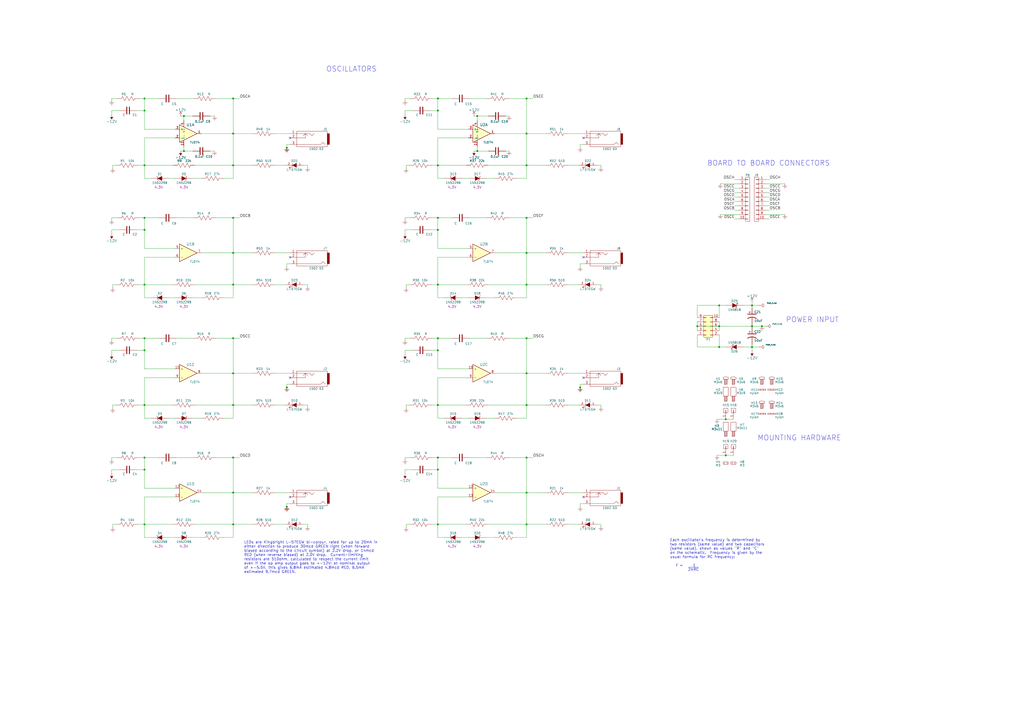
<source format=kicad_sch>
(kicad_sch (version 20211123) (generator eeschema)
  (paper "A2")
  (title_block (title "MSK 010 Fixed sine bank") (comment 1 "$Id: manysine.kicad_sch 10133 2022-06-04 14:32:36Z mskala $"))
  (junction (at 305.435 216.535))
  (junction (at 166.37 294.005))
  (junction (at 421.005 243.205))
  (junction (at 254 304.165))
  (junction (at 254 126.365))
  (junction (at 417.195 201.295))
  (junction (at 254 203.2))
  (junction (at 254 57.15))
  (junction (at 254 133.35))
  (junction (at 83.82 234.95))
  (junction (at 83.82 304.165))
  (junction (at 305.435 196.215))
  (junction (at 254 272.415))
  (junction (at 305.435 304.165))
  (junction (at 135.255 265.43))
  (junction (at 436.245 177.165))
  (junction (at 305.435 146.685))
  (junction (at 276.86 67.31))
  (junction (at 305.435 57.15))
  (junction (at 305.435 285.75))
  (junction (at 305.435 95.885))
  (junction (at 135.255 196.215))
  (junction (at 106.68 67.31))
  (junction (at 276.86 87.63))
  (junction (at 254 196.215))
  (junction (at 254 64.135))
  (junction (at 135.255 57.15))
  (junction (at 436.245 201.295))
  (junction (at 166.37 224.79))
  (junction (at 83.82 64.135))
  (junction (at 417.195 177.165))
  (junction (at 436.245 189.23))
  (junction (at 305.435 265.43))
  (junction (at 305.435 165.1))
  (junction (at 83.82 203.2))
  (junction (at 135.255 77.47))
  (junction (at 305.435 126.365))
  (junction (at 135.255 304.165))
  (junction (at 254 165.1))
  (junction (at 135.255 234.95))
  (junction (at 83.82 165.1))
  (junction (at 254 234.95))
  (junction (at 336.55 224.79))
  (junction (at 421.005 264.16))
  (junction (at 83.82 95.885))
  (junction (at 254 95.885))
  (junction (at 441.96 189.23))
  (junction (at 135.255 285.75))
  (junction (at 135.255 126.365))
  (junction (at 135.255 165.1))
  (junction (at 83.82 126.365))
  (junction (at 254 265.43))
  (junction (at 83.82 272.415))
  (junction (at 83.82 265.43))
  (junction (at 417.195 189.23))
  (junction (at 166.37 85.725))
  (junction (at 305.435 77.47))
  (junction (at 404.495 189.23))
  (junction (at 135.255 146.685))
  (junction (at 305.435 234.95))
  (junction (at 83.82 133.35))
  (junction (at 135.255 95.885))
  (junction (at 135.255 216.535))
  (junction (at 106.68 87.63))
  (junction (at 83.82 196.215))
  (junction (at 83.82 57.15))
  (no_connect (at 168.275 288.29))
  (no_connect (at 168.275 219.075))
  (no_connect (at 338.455 219.075))
  (no_connect (at 168.275 80.01))
  (no_connect (at 338.455 288.29))
  (no_connect (at 168.275 149.225))
  (no_connect (at 338.455 149.225))
  (no_connect (at 338.455 80.01))
  (wire (pts (xy 83.82 95.885) (xy 100.33 95.885)))
  (wire (pts (xy 111.76 172.72) (xy 116.84 172.72)))
  (wire (pts (xy 329.565 146.685) (xy 338.455 146.685)))
  (wire (pts (xy 125.095 57.15) (xy 135.255 57.15)))
  (wire (pts (xy 417.195 189.23) (xy 417.195 191.77)))
  (wire (pts (xy 113.03 304.165) (xy 135.255 304.165)))
  (wire (pts (xy 83.82 74.93) (xy 101.6 74.93)))
  (wire (pts (xy 436.245 177.165) (xy 436.245 178.435)))
  (wire (pts (xy 329.565 165.1) (xy 335.915 165.1)))
  (wire (pts (xy 446.405 119.38) (xy 443.865 119.38)))
  (wire (pts (xy 83.82 234.95) (xy 83.82 242.57)))
  (wire (pts (xy 283.21 304.165) (xy 305.435 304.165)))
  (wire (pts (xy 254 64.135) (xy 254 74.93)))
  (wire (pts (xy 295.275 57.15) (xy 305.435 57.15)))
  (wire (pts (xy 305.435 311.785) (xy 299.72 311.785)))
  (wire (pts (xy 102.235 57.15) (xy 112.395 57.15)))
  (wire (pts (xy 83.82 288.29) (xy 101.6 288.29)))
  (wire (pts (xy 329.565 216.535) (xy 338.455 216.535)))
  (wire (pts (xy 336.55 83.82) (xy 338.455 83.82)))
  (wire (pts (xy 336.55 85.725) (xy 336.55 83.82)))
  (wire (pts (xy 159.385 234.95) (xy 165.735 234.95)))
  (wire (pts (xy 287.02 285.75) (xy 305.435 285.75)))
  (wire (pts (xy 443.865 116.84) (xy 446.405 116.84)))
  (wire (pts (xy 166.37 154.94) (xy 166.37 153.035)))
  (wire (pts (xy 83.82 64.135) (xy 83.82 74.93)))
  (wire (pts (xy 83.82 196.215) (xy 83.82 203.2)))
  (wire (pts (xy 65.405 236.855) (xy 65.405 234.95)))
  (wire (pts (xy 254 57.15) (xy 254 64.135)))
  (wire (pts (xy 159.385 304.165) (xy 165.735 304.165)))
  (wire (pts (xy 178.435 234.95) (xy 178.435 236.22)))
  (wire (pts (xy 404.495 186.69) (xy 404.495 189.23)))
  (wire (pts (xy 254 311.785) (xy 257.81 311.785)))
  (wire (pts (xy 426.085 121.92) (xy 428.625 121.92)))
  (wire (pts (xy 254 265.43) (xy 262.255 265.43)))
  (wire (pts (xy 111.76 242.57) (xy 116.84 242.57)))
  (wire (pts (xy 159.385 165.1) (xy 165.735 165.1)))
  (wire (pts (xy 64.77 203.2) (xy 64.77 205.74)))
  (wire (pts (xy 250.825 196.215) (xy 254 196.215)))
  (wire (pts (xy 166.37 83.82) (xy 168.275 83.82)))
  (wire (pts (xy 305.435 216.535) (xy 305.435 234.95)))
  (wire (pts (xy 102.235 126.365) (xy 112.395 126.365)))
  (wire (pts (xy 234.95 126.365) (xy 238.125 126.365)))
  (wire (pts (xy 346.075 95.885) (xy 348.615 95.885)))
  (wire (pts (xy 421.005 243.205) (xy 425.45 243.205)))
  (wire (pts (xy 254 57.15) (xy 262.255 57.15)))
  (wire (pts (xy 249.555 133.35) (xy 254 133.35)))
  (wire (pts (xy 64.77 64.135) (xy 64.77 66.675)))
  (wire (pts (xy 235.585 236.855) (xy 235.585 234.95)))
  (wire (pts (xy 125.095 126.365) (xy 135.255 126.365)))
  (wire (pts (xy 305.435 196.215) (xy 305.435 216.535)))
  (wire (pts (xy 106.68 67.31) (xy 106.68 69.85)))
  (wire (pts (xy 295.275 196.215) (xy 305.435 196.215)))
  (wire (pts (xy 80.01 165.1) (xy 83.82 165.1)))
  (wire (pts (xy 305.435 57.15) (xy 309.245 57.15)))
  (wire (pts (xy 135.255 311.785) (xy 129.54 311.785)))
  (wire (pts (xy 254 242.57) (xy 257.81 242.57)))
  (wire (pts (xy 113.03 95.885) (xy 135.255 95.885)))
  (wire (pts (xy 83.82 126.365) (xy 92.075 126.365)))
  (wire (pts (xy 234.95 197.485) (xy 234.95 196.215)))
  (wire (pts (xy 178.435 95.885) (xy 178.435 97.155)))
  (wire (pts (xy 234.95 265.43) (xy 238.125 265.43)))
  (wire (pts (xy 249.555 64.135) (xy 254 64.135)))
  (wire (pts (xy 64.77 57.15) (xy 67.945 57.15)))
  (wire (pts (xy 415.925 264.16) (xy 421.005 264.16)))
  (wire (pts (xy 159.385 285.75) (xy 168.275 285.75)))
  (wire (pts (xy 83.82 265.43) (xy 83.82 272.415)))
  (wire (pts (xy 346.075 234.95) (xy 348.615 234.95)))
  (wire (pts (xy 404.495 201.295) (xy 417.195 201.295)))
  (wire (pts (xy 305.435 95.885) (xy 316.865 95.885)))
  (wire (pts (xy 305.435 146.685) (xy 305.435 165.1)))
  (wire (pts (xy 254 304.165) (xy 270.51 304.165)))
  (wire (pts (xy 305.435 285.75) (xy 305.435 304.165)))
  (wire (pts (xy 166.37 292.1) (xy 168.275 292.1)))
  (wire (pts (xy 348.615 304.165) (xy 348.615 305.435)))
  (wire (pts (xy 124.46 87.63) (xy 121.92 87.63)))
  (wire (pts (xy 254 288.29) (xy 271.78 288.29)))
  (wire (pts (xy 135.255 172.72) (xy 129.54 172.72)))
  (wire (pts (xy 436.245 177.165) (xy 440.69 177.165)))
  (wire (pts (xy 254 288.29) (xy 254 304.165)))
  (wire (pts (xy 272.415 196.215) (xy 282.575 196.215)))
  (wire (pts (xy 175.895 95.885) (xy 178.435 95.885)))
  (wire (pts (xy 415.925 243.205) (xy 421.005 243.205)))
  (wire (pts (xy 83.82 304.165) (xy 83.82 311.785)))
  (wire (pts (xy 69.215 203.2) (xy 64.77 203.2)))
  (wire (pts (xy 135.255 77.47) (xy 146.685 77.47)))
  (wire (pts (xy 254 172.72) (xy 257.81 172.72)))
  (wire (pts (xy 431.165 177.165) (xy 436.245 177.165)))
  (wire (pts (xy 305.435 172.72) (xy 299.72 172.72)))
  (wire (pts (xy 97.79 311.785) (xy 101.6 311.785)))
  (wire (pts (xy 83.82 144.145) (xy 101.6 144.145)))
  (wire (pts (xy 83.82 283.21) (xy 101.6 283.21)))
  (wire (pts (xy 80.645 265.43) (xy 83.82 265.43)))
  (wire (pts (xy 234.95 266.7) (xy 234.95 265.43)))
  (wire (pts (xy 234.95 133.35) (xy 234.95 135.89)))
  (wire (pts (xy 417.195 186.69) (xy 417.195 189.23)))
  (wire (pts (xy 83.82 288.29) (xy 83.82 304.165)))
  (wire (pts (xy 436.245 189.23) (xy 436.245 189.865)))
  (wire (pts (xy 135.255 126.365) (xy 135.255 146.685)))
  (wire (pts (xy 305.435 265.43) (xy 305.435 285.75)))
  (wire (pts (xy 254 133.35) (xy 254 144.145)))
  (wire (pts (xy 159.385 216.535) (xy 168.275 216.535)))
  (wire (pts (xy 281.94 311.785) (xy 287.02 311.785)))
  (wire (pts (xy 135.255 234.95) (xy 146.685 234.95)))
  (wire (pts (xy 234.95 272.415) (xy 234.95 274.955)))
  (wire (pts (xy 234.95 57.15) (xy 238.125 57.15)))
  (wire (pts (xy 64.77 272.415) (xy 64.77 274.955)))
  (wire (pts (xy 135.255 216.535) (xy 135.255 234.95)))
  (wire (pts (xy 97.79 172.72) (xy 101.6 172.72)))
  (wire (pts (xy 283.21 234.95) (xy 305.435 234.95)))
  (wire (pts (xy 305.435 126.365) (xy 305.435 146.685)))
  (wire (pts (xy 250.825 57.15) (xy 254 57.15)))
  (wire (pts (xy 235.585 234.95) (xy 237.49 234.95)))
  (wire (pts (xy 250.19 95.885) (xy 254 95.885)))
  (wire (pts (xy 83.82 57.15) (xy 92.075 57.15)))
  (wire (pts (xy 404.495 177.165) (xy 417.195 177.165)))
  (wire (pts (xy 336.55 294.005) (xy 336.55 292.1)))
  (wire (pts (xy 267.97 242.57) (xy 271.78 242.57)))
  (wire (pts (xy 65.405 167.005) (xy 65.405 165.1)))
  (wire (pts (xy 235.585 95.885) (xy 237.49 95.885)))
  (wire (pts (xy 281.94 242.57) (xy 287.02 242.57)))
  (wire (pts (xy 329.565 234.95) (xy 335.915 234.95)))
  (wire (pts (xy 135.255 285.75) (xy 135.255 304.165)))
  (wire (pts (xy 235.585 304.165) (xy 237.49 304.165)))
  (wire (pts (xy 254 165.1) (xy 254 172.72)))
  (wire (pts (xy 272.415 126.365) (xy 282.575 126.365)))
  (wire (pts (xy 428.625 114.3) (xy 426.085 114.3)))
  (wire (pts (xy 446.405 109.22) (xy 443.865 109.22)))
  (wire (pts (xy 436.245 200.025) (xy 436.245 201.295)))
  (wire (pts (xy 267.97 172.72) (xy 271.78 172.72)))
  (wire (pts (xy 276.86 67.31) (xy 276.86 69.85)))
  (wire (pts (xy 267.97 311.785) (xy 271.78 311.785)))
  (wire (pts (xy 254 196.215) (xy 254 203.2)))
  (wire (pts (xy 234.95 196.215) (xy 238.125 196.215)))
  (wire (pts (xy 305.435 304.165) (xy 305.435 311.785)))
  (wire (pts (xy 436.245 188.595) (xy 436.245 189.23)))
  (wire (pts (xy 287.02 146.685) (xy 305.435 146.685)))
  (wire (pts (xy 417.195 201.295) (xy 421.005 201.295)))
  (wire (pts (xy 305.435 165.1) (xy 305.435 172.72)))
  (wire (pts (xy 249.555 272.415) (xy 254 272.415)))
  (wire (pts (xy 116.84 216.535) (xy 135.255 216.535)))
  (wire (pts (xy 135.255 196.215) (xy 139.065 196.215)))
  (wire (pts (xy 64.77 265.43) (xy 67.945 265.43)))
  (wire (pts (xy 83.82 196.215) (xy 92.075 196.215)))
  (wire (pts (xy 329.565 304.165) (xy 335.915 304.165)))
  (wire (pts (xy 104.775 87.63) (xy 106.68 87.63)))
  (wire (pts (xy 102.235 265.43) (xy 112.395 265.43)))
  (wire (pts (xy 305.435 196.215) (xy 309.245 196.215)))
  (wire (pts (xy 417.83 106.68) (xy 428.625 106.68)))
  (wire (pts (xy 254 74.93) (xy 271.78 74.93)))
  (wire (pts (xy 106.68 87.63) (xy 111.76 87.63)))
  (wire (pts (xy 104.775 67.31) (xy 106.68 67.31)))
  (wire (pts (xy 417.195 189.23) (xy 436.245 189.23)))
  (wire (pts (xy 329.565 95.885) (xy 335.915 95.885)))
  (wire (pts (xy 281.94 172.72) (xy 287.02 172.72)))
  (wire (pts (xy 443.865 104.14) (xy 446.405 104.14)))
  (wire (pts (xy 329.565 285.75) (xy 338.455 285.75)))
  (wire (pts (xy 125.095 196.215) (xy 135.255 196.215)))
  (wire (pts (xy 83.82 234.95) (xy 100.33 234.95)))
  (wire (pts (xy 272.415 265.43) (xy 282.575 265.43)))
  (wire (pts (xy 417.195 177.165) (xy 421.005 177.165)))
  (wire (pts (xy 254 95.885) (xy 254 103.505)))
  (wire (pts (xy 426.085 127) (xy 428.625 127)))
  (wire (pts (xy 235.585 97.79) (xy 235.585 95.885)))
  (wire (pts (xy 254 80.01) (xy 271.78 80.01)))
  (wire (pts (xy 404.495 189.23) (xy 417.195 189.23)))
  (wire (pts (xy 336.55 224.79) (xy 336.55 222.885)))
  (wire (pts (xy 254 304.165) (xy 254 311.785)))
  (wire (pts (xy 166.37 224.79) (xy 166.37 222.885)))
  (wire (pts (xy 135.255 95.885) (xy 135.255 103.505)))
  (wire (pts (xy 305.435 146.685) (xy 316.865 146.685)))
  (wire (pts (xy 305.435 265.43) (xy 309.245 265.43)))
  (wire (pts (xy 254 126.365) (xy 254 133.35)))
  (wire (pts (xy 276.86 87.63) (xy 283.21 87.63)))
  (wire (pts (xy 135.255 165.1) (xy 146.685 165.1)))
  (wire (pts (xy 135.255 304.165) (xy 135.255 311.785)))
  (wire (pts (xy 254 219.075) (xy 271.78 219.075)))
  (wire (pts (xy 274.955 87.63) (xy 276.86 87.63)))
  (wire (pts (xy 135.255 165.1) (xy 135.255 172.72)))
  (wire (pts (xy 80.645 57.15) (xy 83.82 57.15)))
  (wire (pts (xy 83.82 265.43) (xy 92.075 265.43)))
  (wire (pts (xy 64.77 196.215) (xy 67.945 196.215)))
  (wire (pts (xy 336.55 292.1) (xy 338.455 292.1)))
  (wire (pts (xy 116.84 285.75) (xy 135.255 285.75)))
  (wire (pts (xy 254 149.225) (xy 271.78 149.225)))
  (wire (pts (xy 83.82 219.075) (xy 101.6 219.075)))
  (wire (pts (xy 305.435 95.885) (xy 305.435 103.505)))
  (wire (pts (xy 175.895 234.95) (xy 178.435 234.95)))
  (wire (pts (xy 281.94 103.505) (xy 287.02 103.505)))
  (wire (pts (xy 64.77 133.35) (xy 64.77 135.89)))
  (wire (pts (xy 135.255 196.215) (xy 135.255 216.535)))
  (wire (pts (xy 64.77 126.365) (xy 67.945 126.365)))
  (wire (pts (xy 305.435 77.47) (xy 316.865 77.47)))
  (wire (pts (xy 417.83 124.46) (xy 428.625 124.46)))
  (wire (pts (xy 65.405 304.165) (xy 67.31 304.165)))
  (wire (pts (xy 135.255 146.685) (xy 146.685 146.685)))
  (wire (pts (xy 254 272.415) (xy 254 283.21)))
  (wire (pts (xy 166.37 85.725) (xy 166.37 83.82)))
  (wire (pts (xy 80.01 304.165) (xy 83.82 304.165)))
  (wire (pts (xy 254 213.995) (xy 271.78 213.995)))
  (wire (pts (xy 267.97 103.505) (xy 271.78 103.505)))
  (wire (pts (xy 83.82 126.365) (xy 83.82 133.35)))
  (wire (pts (xy 239.395 64.135) (xy 234.95 64.135)))
  (wire (pts (xy 428.625 119.38) (xy 426.085 119.38)))
  (wire (pts (xy 234.95 203.2) (xy 234.95 205.74)))
  (wire (pts (xy 116.84 146.685) (xy 135.255 146.685)))
  (wire (pts (xy 254 219.075) (xy 254 234.95)))
  (wire (pts (xy 254 144.145) (xy 271.78 144.145)))
  (wire (pts (xy 135.255 234.95) (xy 135.255 242.57)))
  (wire (pts (xy 272.415 57.15) (xy 282.575 57.15)))
  (wire (pts (xy 80.645 126.365) (xy 83.82 126.365)))
  (wire (pts (xy 135.255 57.15) (xy 135.255 77.47)))
  (wire (pts (xy 64.77 197.485) (xy 64.77 196.215)))
  (wire (pts (xy 254 126.365) (xy 262.255 126.365)))
  (wire (pts (xy 287.02 216.535) (xy 305.435 216.535)))
  (wire (pts (xy 276.86 85.09) (xy 276.86 87.63)))
  (wire (pts (xy 283.21 165.1) (xy 305.435 165.1)))
  (wire (pts (xy 254 165.1) (xy 270.51 165.1)))
  (wire (pts (xy 166.37 294.005) (xy 166.37 292.1)))
  (wire (pts (xy 83.82 103.505) (xy 87.63 103.505)))
  (wire (pts (xy 426.085 116.84) (xy 428.625 116.84)))
  (wire (pts (xy 235.585 165.1) (xy 237.49 165.1)))
  (wire (pts (xy 336.55 153.035) (xy 338.455 153.035)))
  (wire (pts (xy 346.075 165.1) (xy 348.615 165.1)))
  (wire (pts (xy 348.615 165.1) (xy 348.615 166.37)))
  (wire (pts (xy 305.435 285.75) (xy 316.865 285.75)))
  (wire (pts (xy 254 149.225) (xy 254 165.1)))
  (wire (pts (xy 175.895 304.165) (xy 178.435 304.165)))
  (wire (pts (xy 426.085 104.14) (xy 428.625 104.14)))
  (wire (pts (xy 250.825 265.43) (xy 254 265.43)))
  (wire (pts (xy 166.37 222.885) (xy 168.275 222.885)))
  (wire (pts (xy 305.435 77.47) (xy 305.435 95.885)))
  (wire (pts (xy 83.82 133.35) (xy 83.82 144.145)))
  (wire (pts (xy 348.615 234.95) (xy 348.615 236.22)))
  (wire (pts (xy 305.435 304.165) (xy 316.865 304.165)))
  (wire (pts (xy 305.435 216.535) (xy 316.865 216.535)))
  (wire (pts (xy 305.435 126.365) (xy 309.245 126.365)))
  (wire (pts (xy 113.03 234.95) (xy 135.255 234.95)))
  (wire (pts (xy 83.82 219.075) (xy 83.82 234.95)))
  (wire (pts (xy 305.435 242.57) (xy 299.72 242.57)))
  (wire (pts (xy 175.895 165.1) (xy 178.435 165.1)))
  (wire (pts (xy 431.165 201.295) (xy 436.245 201.295)))
  (wire (pts (xy 250.19 165.1) (xy 254 165.1)))
  (wire (pts (xy 305.435 57.15) (xy 305.435 77.47)))
  (wire (pts (xy 65.405 97.79) (xy 65.405 95.885)))
  (wire (pts (xy 436.245 201.295) (xy 436.245 203.835)))
  (wire (pts (xy 254 103.505) (xy 257.81 103.505)))
  (wire (pts (xy 135.255 126.365) (xy 139.065 126.365)))
  (wire (pts (xy 135.255 146.685) (xy 135.255 165.1)))
  (wire (pts (xy 254 265.43) (xy 254 272.415)))
  (wire (pts (xy 436.245 189.23) (xy 441.96 189.23)))
  (wire (pts (xy 254 234.95) (xy 254 242.57)))
  (wire (pts (xy 80.01 234.95) (xy 83.82 234.95)))
  (wire (pts (xy 421.005 264.16) (xy 425.45 264.16)))
  (wire (pts (xy 65.405 95.885) (xy 67.31 95.885)))
  (wire (pts (xy 404.495 201.295) (xy 404.495 194.31)))
  (wire (pts (xy 83.82 80.01) (xy 83.82 95.885)))
  (wire (pts (xy 295.275 265.43) (xy 305.435 265.43)))
  (wire (pts (xy 69.215 133.35) (xy 64.77 133.35)))
  (wire (pts (xy 111.76 311.785) (xy 116.84 311.785)))
  (wire (pts (xy 113.03 165.1) (xy 135.255 165.1)))
  (wire (pts (xy 69.215 64.135) (xy 64.77 64.135)))
  (wire (pts (xy 239.395 133.35) (xy 234.95 133.35)))
  (wire (pts (xy 234.95 64.135) (xy 234.95 66.675)))
  (wire (pts (xy 250.825 126.365) (xy 254 126.365)))
  (wire (pts (xy 159.385 77.47) (xy 168.275 77.47)))
  (wire (pts (xy 235.585 306.07) (xy 235.585 304.165)))
  (wire (pts (xy 65.405 306.07) (xy 65.405 304.165)))
  (wire (pts (xy 106.68 85.09) (xy 106.68 87.63)))
  (wire (pts (xy 166.37 153.035) (xy 168.275 153.035)))
  (wire (pts (xy 305.435 234.95) (xy 305.435 242.57)))
  (wire (pts (xy 135.255 77.47) (xy 135.255 95.885)))
  (wire (pts (xy 295.275 126.365) (xy 305.435 126.365)))
  (wire (pts (xy 79.375 64.135) (xy 83.82 64.135)))
  (wire (pts (xy 80.645 196.215) (xy 83.82 196.215)))
  (wire (pts (xy 234.95 127.635) (xy 234.95 126.365)))
  (wire (pts (xy 250.19 304.165) (xy 254 304.165)))
  (wire (pts (xy 106.68 67.31) (xy 111.76 67.31)))
  (wire (pts (xy 135.255 265.43) (xy 135.255 285.75)))
  (wire (pts (xy 276.86 67.31) (xy 283.21 67.31)))
  (wire (pts (xy 159.385 146.685) (xy 168.275 146.685)))
  (wire (pts (xy 404.495 184.15) (xy 404.495 177.165)))
  (wire (pts (xy 65.405 165.1) (xy 67.31 165.1)))
  (wire (pts (xy 417.195 184.15) (xy 417.195 177.165)))
  (wire (pts (xy 83.82 242.57) (xy 87.63 242.57)))
  (wire (pts (xy 135.255 95.885) (xy 146.685 95.885)))
  (wire (pts (xy 102.235 196.215) (xy 112.395 196.215)))
  (wire (pts (xy 79.375 272.415) (xy 83.82 272.415)))
  (wire (pts (xy 83.82 311.785) (xy 87.63 311.785)))
  (wire (pts (xy 178.435 304.165) (xy 178.435 305.435)))
  (wire (pts (xy 428.625 109.22) (xy 426.085 109.22)))
  (wire (pts (xy 83.82 272.415) (xy 83.82 283.21)))
  (wire (pts (xy 83.82 213.995) (xy 101.6 213.995)))
  (wire (pts (xy 254 196.215) (xy 262.255 196.215)))
  (wire (pts (xy 336.55 154.94) (xy 336.55 153.035)))
  (wire (pts (xy 443.865 106.68) (xy 455.295 106.68)))
  (wire (pts (xy 64.77 58.42) (xy 64.77 57.15)))
  (wire (pts (xy 159.385 95.885) (xy 165.735 95.885)))
  (wire (pts (xy 69.215 272.415) (xy 64.77 272.415)))
  (wire (pts (xy 135.255 216.535) (xy 146.685 216.535)))
  (wire (pts (xy 79.375 203.2) (xy 83.82 203.2)))
  (wire (pts (xy 234.95 58.42) (xy 234.95 57.15)))
  (wire (pts (xy 79.375 133.35) (xy 83.82 133.35)))
  (wire (pts (xy 250.19 234.95) (xy 254 234.95)))
  (wire (pts (xy 116.84 77.47) (xy 135.255 77.47)))
  (wire (pts (xy 135.255 57.15) (xy 139.065 57.15)))
  (wire (pts (xy 254 95.885) (xy 270.51 95.885)))
  (wire (pts (xy 135.255 285.75) (xy 146.685 285.75)))
  (wire (pts (xy 135.255 103.505) (xy 129.54 103.505)))
  (wire (pts (xy 97.79 103.505) (xy 101.6 103.505)))
  (wire (pts (xy 64.77 266.7) (xy 64.77 265.43)))
  (wire (pts (xy 135.255 265.43) (xy 139.065 265.43)))
  (wire (pts (xy 305.435 165.1) (xy 316.865 165.1)))
  (wire (pts (xy 178.435 165.1) (xy 178.435 166.37)))
  (wire (pts (xy 417.195 194.31) (xy 417.195 201.295)))
  (wire (pts (xy 83.82 165.1) (xy 100.33 165.1)))
  (wire (pts (xy 287.02 77.47) (xy 305.435 77.47)))
  (wire (pts (xy 125.095 265.43) (xy 135.255 265.43)))
  (wire (pts (xy 274.955 67.31) (xy 276.86 67.31)))
  (wire (pts (xy 83.82 95.885) (xy 83.82 103.505)))
  (wire (pts (xy 239.395 203.2) (xy 234.95 203.2)))
  (wire (pts (xy 336.55 222.885) (xy 338.455 222.885)))
  (wire (pts (xy 64.77 127.635) (xy 64.77 126.365)))
  (wire (pts (xy 80.01 95.885) (xy 83.82 95.885)))
  (wire (pts (xy 249.555 203.2) (xy 254 203.2)))
  (wire (pts (xy 111.76 103.505) (xy 116.84 103.505)))
  (wire (pts (xy 83.82 57.15) (xy 83.82 64.135)))
  (wire (pts (xy 235.585 167.005) (xy 235.585 165.1)))
  (wire (pts (xy 83.82 172.72) (xy 87.63 172.72)))
  (wire (pts (xy 83.82 203.2) (xy 83.82 213.995)))
  (wire (pts (xy 83.82 80.01) (xy 101.6 80.01)))
  (wire (pts (xy 254 203.2) (xy 254 213.995)))
  (wire (pts (xy 65.405 234.95) (xy 67.31 234.95)))
  (wire (pts (xy 446.405 114.3) (xy 443.865 114.3)))
  (wire (pts (xy 436.245 175.26) (xy 436.245 177.165)))
  (wire (pts (xy 426.085 111.76) (xy 428.625 111.76)))
  (wire (pts (xy 293.37 87.63) (xy 295.275 87.63)))
  (wire (pts (xy 283.21 95.885) (xy 305.435 95.885)))
  (wire (pts (xy 121.92 67.31) (xy 124.46 67.31)))
  (wire (pts (xy 443.865 127) (xy 446.405 127)))
  (wire (pts (xy 135.255 242.57) (xy 129.54 242.57)))
  (wire (pts (xy 348.615 95.885) (xy 348.615 97.155)))
  (wire (pts (xy 443.865 124.46) (xy 455.295 124.46)))
  (wire (pts (xy 443.865 111.76) (xy 446.405 111.76)))
  (wire (pts (xy 254 283.21) (xy 271.78 283.21)))
  (wire (pts (xy 404.495 189.23) (xy 404.495 191.77)))
  (wire (pts (xy 329.565 77.47) (xy 338.455 77.47)))
  (wire (pts (xy 83.82 149.225) (xy 101.6 149.225)))
  (wire (pts (xy 441.96 189.23) (xy 444.5 189.23)))
  (wire (pts (xy 346.075 304.165) (xy 348.615 304.165)))
  (wire (pts (xy 436.245 201.295) (xy 440.69 201.295)))
  (wire (pts (xy 83.82 149.225) (xy 83.82 165.1)))
  (wire (pts (xy 83.82 304.165) (xy 100.33 304.165)))
  (wire (pts (xy 254 80.01) (xy 254 95.885)))
  (wire (pts (xy 293.37 67.31) (xy 295.275 67.31)))
  (wire (pts (xy 83.82 165.1) (xy 83.82 172.72)))
  (wire (pts (xy 97.79 242.57) (xy 101.6 242.57)))
  (wire (pts (xy 305.435 103.505) (xy 299.72 103.505)))
  (wire (pts (xy 135.255 304.165) (xy 146.685 304.165)))
  (wire (pts (xy 443.865 121.92) (xy 446.405 121.92)))
  (wire (pts (xy 305.435 234.95) (xy 316.865 234.95)))
  (wire (pts (xy 254 234.95) (xy 270.51 234.95)))
  (wire (pts (xy 239.395 272.415) (xy 234.95 272.415)))
  (text "Each oscillator's frequency is determined by\ntwo resistors (same value) and two capacitors\n(same value), shown as values \"R\" and \"C\"\non the schematic.  Frequency is given by the\nusual formula for RC frequency:\n\n   f =     1\n         ~{2πRC}" (at 388.62 331.47 0) (effects (font (size 1.524 1.524)) (justify left bottom)))
  (text "OSCILLATORS" (at 189.23 41.91 0) (effects (font (size 2.9972 2.9972)) (justify left bottom)))
  (text "LEDs are Kingbright L-57EGW bi-colour, rated for up to 20mA in\neither direction to produce 30mcd GREEN light (when forward\nbiased according to the circuit symbol) at 2.2V drop, or 14mcd\nRED (when reverse biased) at 2.0V drop.  Current-limiting\nresistors are 510ohm, calculated to respect the current limit\neven if the op amp output goes to +-12V; at nominal output\nof +-5.5V, this gives 6.8mA estimated 4.8mcd RED, 6.5mA\nestimated 9.7mcd GREEN." (at 141.605 332.74 0) (effects (font (size 1.524 1.524)) (justify left bottom)))
  (text "POWER INPUT" (at 455.93 187.325 0) (effects (font (size 2.9972 2.9972)) (justify left bottom)))
  (text "BOARD TO BOARD CONNECTORS" (at 410.21 96.52 0) (effects (font (size 2.9972 2.9972)) (justify left bottom)))
  (text "MOUNTING HARDWARE" (at 439.42 255.905 0) (effects (font (size 2.9972 2.9972)) (justify left bottom)))
  (label "OSCH" (at 446.405 104.14 0) (effects (font (size 1.524 1.524))))
  (label "OSCG" (at 426.085 111.76 180) (effects (font (size 1.524 1.524))))
  (label "OSCE" (at 309.245 57.15 0) (effects (font (size 1.524 1.524))))
  (label "OSCE" (at 446.405 127 0) (effects (font (size 1.524 1.524))))
  (label "OSCE" (at 426.085 127 180) (effects (font (size 1.524 1.524))))
  (label "OSCA" (at 446.405 116.84 0) (effects (font (size 1.524 1.524))))
  (label "OSCB" (at 139.065 126.365 0) (effects (font (size 1.524 1.524))))
  (label "OSCA" (at 426.085 116.84 180) (effects (font (size 1.524 1.524))))
  (label "OSCF" (at 446.405 119.38 0) (effects (font (size 1.524 1.524))))
  (label "OSCD" (at 426.085 114.3 180) (effects (font (size 1.524 1.524))))
  (label "OSCG" (at 309.245 196.215 0) (effects (font (size 1.524 1.524))))
  (label "OSCC" (at 446.405 109.22 0) (effects (font (size 1.524 1.524))))
  (label "OSCG" (at 446.405 111.76 0) (effects (font (size 1.524 1.524))))
  (label "OSCD" (at 139.065 265.43 0) (effects (font (size 1.524 1.524))))
  (label "OSCA" (at 139.065 57.15 0) (effects (font (size 1.524 1.524))))
  (label "OSCB" (at 446.405 121.92 0) (effects (font (size 1.524 1.524))))
  (label "OSCC" (at 139.065 196.215 0) (effects (font (size 1.524 1.524))))
  (label "OSCH" (at 426.085 104.14 180) (effects (font (size 1.524 1.524))))
  (label "OSCF" (at 426.085 119.38 180) (effects (font (size 1.524 1.524))))
  (label "OSCH" (at 309.245 265.43 0) (effects (font (size 1.524 1.524))))
  (label "OSCB" (at 426.085 121.92 180) (effects (font (size 1.524 1.524))))
  (label "OSCD" (at 446.405 114.3 0) (effects (font (size 1.524 1.524))))
  (label "OSCC" (at 426.085 109.22 180) (effects (font (size 1.524 1.524))))
  (label "OSCF" (at 309.245 126.365 0) (effects (font (size 1.524 1.524))))
  (symbol (lib_id "mskala:QuadOpAmp_v6") (at 109.22 77.47 0) (unit 1)
    (property "Reference" "U1" (at 110.49 72.39 0) (effects (font (size 1.524 1.524))))
    (property "Value" "TL074" (at 113.03 82.55 0))
    (property "Footprint" "mskala:DIP14msk" (effects hide))
  )
  (symbol (lib_id "mskala:RUS") (at 106.68 95.885 0) (unit 1)
    (property "Reference" "R9" (at 104.14 93.345 0))
    (property "Value" "22k" (at 109.22 93.345 0))
    (property "Footprint" "mskala:R4valmsk" (effects hide))
  )
  (symbol (lib_id "mskala:RUS") (at 123.19 103.505 0) (unit 1)
    (property "Reference" "R17" (at 120.65 100.965 0))
    (property "Value" "27k" (at 125.73 100.965 0))
    (property "Footprint" "mskala:R4valmsk" (effects hide))
  )
  (symbol (lib_id "mskala:RUS") (at 73.66 95.885 0) (unit 1)
    (property "Reference" "R1" (at 71.12 93.345 0))
    (property "Value" "10k" (at 76.2 93.345 0))
    (property "Footprint" "mskala:R4valmsk" (effects hide))
  )
  (symbol (lib_id "mskala:RUS") (at 118.745 57.15 0) (unit 1)
    (property "Reference" "R13" (at 116.205 54.61 0))
    (property "Value" "R" (at 121.285 54.61 0))
    (property "Footprint" "mskala:R4msk" (effects hide))
  )
  (symbol (lib_id "mskala:RUS") (at 74.295 57.15 0) (unit 1)
    (property "Reference" "R5" (at 71.755 54.61 0))
    (property "Value" "R" (at 76.835 54.61 0))
    (property "Footprint" "mskala:R4msk" (effects hide))
  )
  (symbol (lib_id "mskala:RUS") (at 323.215 285.75 0) (unit 1)
    (property "Reference" "R21" (at 320.675 283.21 0))
    (property "Value" "1k" (at 325.755 283.21 0))
    (property "Footprint" "mskala:R4valmsk" (effects hide))
  )
  (symbol (lib_id "mskala:C-old") (at 74.295 64.135 270) (unit 1)
    (property "Reference" "C1" (at 76.835 66.675 90) (effects (justify left)))
    (property "Value" "C" (at 71.12 66.675 90) (effects (justify left)))
    (property "Footprint" "mskala:C2_3x2msk" (effects hide))
  )
  (symbol (lib_id "mskala:C-old") (at 97.155 57.15 270) (unit 1)
    (property "Reference" "C5" (at 99.695 60.325 90) (effects (justify left)))
    (property "Value" "C" (at 93.345 60.325 90) (effects (justify left)))
    (property "Footprint" "mskala:C2_3x2msk" (effects hide))
  )
  (symbol (lib_id "mskala:ZENER") (at 106.68 103.505 0) (unit 1)
    (property "Reference" "D5" (at 106.68 100.965 0))
    (property "Value" "1N5229B" (at 106.68 106.045 0))
    (property "Footprint" "mskala:DO35_3msk" (effects hide))
    (property "Voltage" "4.3V" (at 106.68 108.585 0) (effects (font (size 1.524 1.524))))
  )
  (symbol (lib_id "mskala:ZENER") (at 92.71 103.505 0) (mirror y) (unit 1)
    (property "Reference" "D1" (at 92.71 100.965 0))
    (property "Value" "1N5229B" (at 92.71 106.045 0))
    (property "Footprint" "mskala:DO35_3msk" (effects hide))
    (property "Voltage" "4.3V" (at 92.075 108.585 0) (effects (font (size 1.524 1.524))))
  )
  (symbol (lib_id "mskala:GNDREF") (at 64.77 58.42 0) (unit 1)
    (property "Reference" "#PWR01" (effects hide))
    (property "Value" "GNDREF" (effects hide))
  )
  (symbol (lib_id "mskala:GNDREF") (at 65.405 97.79 0) (unit 1)
    (property "Reference" "#PWR09" (effects hide))
    (property "Value" "GNDREF" (effects hide))
  )
  (symbol (lib_id "mskala:-12V") (at 64.77 66.675 0) (mirror x) (unit 1)
    (property "Reference" "#PWR02" (effects hide))
    (property "Value" "-12V" (at 64.77 70.485 0) (effects (font (size 1.524 1.524))))
  )
  (symbol (lib_id "mskala:JACK_2P") (at 349.885 288.29 180) (unit 1)
    (property "Reference" "J1" (at 358.775 283.21 0))
    (property "Value" "1502 03" (at 353.695 294.64 0))
    (property "Footprint" "mskala:mono_jack_slotted" (effects hide))
  )
  (symbol (lib_id "mskala:GNDREF") (at 336.55 294.005 0) (unit 1)
    (property "Reference" "#PWR052" (effects hide))
    (property "Value" "GNDREF" (effects hide))
  )
  (symbol (lib_id "mskala:QuadOpAmp_v6") (at 109.22 146.685 0) (unit 2)
    (property "Reference" "U1" (at 110.49 141.605 0) (effects (font (size 1.524 1.524))))
    (property "Value" "TL074" (at 113.03 151.765 0))
    (property "Footprint" "mskala:DIP14msk" (effects hide))
  )
  (symbol (lib_id "mskala:RUS") (at 106.68 165.1 0) (unit 1)
    (property "Reference" "R10" (at 104.14 162.56 0))
    (property "Value" "22k" (at 109.22 162.56 0))
    (property "Footprint" "mskala:R4valmsk" (effects hide))
  )
  (symbol (lib_id "mskala:RUS") (at 123.19 172.72 0) (unit 1)
    (property "Reference" "R18" (at 120.65 170.18 0))
    (property "Value" "27k" (at 125.73 170.18 0))
    (property "Footprint" "mskala:R4valmsk" (effects hide))
  )
  (symbol (lib_id "mskala:RUS") (at 73.66 165.1 0) (unit 1)
    (property "Reference" "R2" (at 71.12 162.56 0))
    (property "Value" "10k" (at 76.2 162.56 0))
    (property "Footprint" "mskala:R4valmsk" (effects hide))
  )
  (symbol (lib_id "mskala:RUS") (at 118.745 126.365 0) (unit 1)
    (property "Reference" "R14" (at 116.205 123.825 0))
    (property "Value" "R" (at 121.285 123.825 0))
    (property "Footprint" "mskala:R4msk" (effects hide))
  )
  (symbol (lib_id "mskala:RUS") (at 74.295 126.365 0) (unit 1)
    (property "Reference" "R6" (at 71.755 123.825 0))
    (property "Value" "R" (at 76.835 123.825 0))
    (property "Footprint" "mskala:R4msk" (effects hide))
  )
  (symbol (lib_id "mskala:RUS") (at 153.035 216.535 0) (unit 1)
    (property "Reference" "R23" (at 150.495 213.995 0))
    (property "Value" "1k" (at 155.575 213.995 0))
    (property "Footprint" "mskala:R4valmsk" (effects hide))
  )
  (symbol (lib_id "mskala:C-old") (at 74.295 133.35 270) (unit 1)
    (property "Reference" "C2" (at 76.835 135.89 90) (effects (justify left)))
    (property "Value" "C" (at 71.12 135.89 90) (effects (justify left)))
    (property "Footprint" "mskala:C2_3x2msk" (effects hide))
  )
  (symbol (lib_id "mskala:C-old") (at 97.155 126.365 270) (unit 1)
    (property "Reference" "C6" (at 99.695 129.54 90) (effects (justify left)))
    (property "Value" "C" (at 93.345 129.54 90) (effects (justify left)))
    (property "Footprint" "mskala:C2_3x2msk" (effects hide))
  )
  (symbol (lib_id "mskala:ZENER") (at 106.68 172.72 0) (unit 1)
    (property "Reference" "D6" (at 106.68 170.18 0))
    (property "Value" "1N5229B" (at 106.68 175.26 0))
    (property "Footprint" "mskala:DO35_3msk" (effects hide))
    (property "Voltage" "4.3V" (at 106.68 177.8 0) (effects (font (size 1.524 1.524))))
  )
  (symbol (lib_id "mskala:ZENER") (at 92.71 172.72 0) (mirror y) (unit 1)
    (property "Reference" "D2" (at 92.71 170.18 0))
    (property "Value" "1N5229B" (at 92.71 175.26 0))
    (property "Footprint" "mskala:DO35_3msk" (effects hide))
    (property "Voltage" "4.3V" (at 92.075 177.8 0) (effects (font (size 1.524 1.524))))
  )
  (symbol (lib_id "mskala:GNDREF") (at 64.77 127.635 0) (unit 1)
    (property "Reference" "#PWR03" (effects hide))
    (property "Value" "GNDREF" (effects hide))
  )
  (symbol (lib_id "mskala:GNDREF") (at 65.405 167.005 0) (unit 1)
    (property "Reference" "#PWR010" (effects hide))
    (property "Value" "GNDREF" (effects hide))
  )
  (symbol (lib_id "mskala:-12V") (at 64.77 135.89 0) (mirror x) (unit 1)
    (property "Reference" "#PWR04" (effects hide))
    (property "Value" "-12V" (at 64.77 139.7 0) (effects (font (size 1.524 1.524))))
  )
  (symbol (lib_id "mskala:JACK_2P") (at 179.705 219.075 180) (unit 1)
    (property "Reference" "J2" (at 188.595 213.995 0))
    (property "Value" "1502 03" (at 183.515 225.425 0))
    (property "Footprint" "mskala:mono_jack_slotted" (effects hide))
  )
  (symbol (lib_id "mskala:GNDREF") (at 166.37 224.79 0) (unit 1)
    (property "Reference" "#PWR021" (effects hide))
    (property "Value" "GNDREF" (effects hide))
  )
  (symbol (lib_id "mskala:QuadOpAmp_v6") (at 109.22 216.535 0) (unit 3)
    (property "Reference" "U1" (at 110.49 211.455 0) (effects (font (size 1.524 1.524))))
    (property "Value" "TL074" (at 113.03 221.615 0))
    (property "Footprint" "mskala:DIP14msk" (effects hide))
  )
  (symbol (lib_id "mskala:RUS") (at 106.68 234.95 0) (unit 1)
    (property "Reference" "R11" (at 104.14 232.41 0))
    (property "Value" "22k" (at 109.22 232.41 0))
    (property "Footprint" "mskala:R4valmsk" (effects hide))
  )
  (symbol (lib_id "mskala:RUS") (at 123.19 242.57 0) (unit 1)
    (property "Reference" "R19" (at 120.65 240.03 0))
    (property "Value" "27k" (at 125.73 240.03 0))
    (property "Footprint" "mskala:R4valmsk" (effects hide))
  )
  (symbol (lib_id "mskala:RUS") (at 73.66 234.95 0) (unit 1)
    (property "Reference" "R3" (at 71.12 232.41 0))
    (property "Value" "10k" (at 76.2 232.41 0))
    (property "Footprint" "mskala:R4valmsk" (effects hide))
  )
  (symbol (lib_id "mskala:RUS") (at 118.745 196.215 0) (unit 1)
    (property "Reference" "R15" (at 116.205 193.675 0))
    (property "Value" "R" (at 121.285 193.675 0))
    (property "Footprint" "mskala:R4msk" (effects hide))
  )
  (symbol (lib_id "mskala:RUS") (at 74.295 196.215 0) (unit 1)
    (property "Reference" "R7" (at 71.755 193.675 0))
    (property "Value" "R" (at 76.835 193.675 0))
    (property "Footprint" "mskala:R4msk" (effects hide))
  )
  (symbol (lib_id "mskala:RUS") (at 323.215 216.535 0) (unit 1)
    (property "Reference" "R25" (at 320.675 213.995 0))
    (property "Value" "1k" (at 325.755 213.995 0))
    (property "Footprint" "mskala:R4valmsk" (effects hide))
  )
  (symbol (lib_id "mskala:C-old") (at 74.295 203.2 270) (unit 1)
    (property "Reference" "C3" (at 76.835 205.74 90) (effects (justify left)))
    (property "Value" "C" (at 71.12 205.74 90) (effects (justify left)))
    (property "Footprint" "mskala:C2_3x2msk" (effects hide))
  )
  (symbol (lib_id "mskala:C-old") (at 97.155 196.215 270) (unit 1)
    (property "Reference" "C7" (at 99.695 199.39 90) (effects (justify left)))
    (property "Value" "C" (at 93.345 199.39 90) (effects (justify left)))
    (property "Footprint" "mskala:C2_3x2msk" (effects hide))
  )
  (symbol (lib_id "mskala:ZENER") (at 106.68 242.57 0) (unit 1)
    (property "Reference" "D7" (at 106.68 240.03 0))
    (property "Value" "1N5229B" (at 106.68 245.11 0))
    (property "Footprint" "mskala:DO35_3msk" (effects hide))
    (property "Voltage" "4.3V" (at 106.68 247.65 0) (effects (font (size 1.524 1.524))))
  )
  (symbol (lib_id "mskala:ZENER") (at 92.71 242.57 0) (mirror y) (unit 1)
    (property "Reference" "D3" (at 92.71 240.03 0))
    (property "Value" "1N5229B" (at 92.71 245.11 0))
    (property "Footprint" "mskala:DO35_3msk" (effects hide))
    (property "Voltage" "4.3V" (at 92.075 247.65 0) (effects (font (size 1.524 1.524))))
  )
  (symbol (lib_id "mskala:GNDREF") (at 64.77 197.485 0) (unit 1)
    (property "Reference" "#PWR05" (effects hide))
    (property "Value" "GNDREF" (effects hide))
  )
  (symbol (lib_id "mskala:GNDREF") (at 65.405 236.855 0) (unit 1)
    (property "Reference" "#PWR011" (effects hide))
    (property "Value" "GNDREF" (effects hide))
  )
  (symbol (lib_id "mskala:-12V") (at 64.77 205.74 0) (mirror x) (unit 1)
    (property "Reference" "#PWR06" (effects hide))
    (property "Value" "-12V" (at 64.77 209.55 0) (effects (font (size 1.524 1.524))))
  )
  (symbol (lib_id "mskala:JACK_2P") (at 349.885 219.075 180) (unit 1)
    (property "Reference" "J3" (at 358.775 213.995 0))
    (property "Value" "1502 03" (at 353.695 225.425 0))
    (property "Footprint" "mskala:mono_jack_slotted" (effects hide))
  )
  (symbol (lib_id "mskala:GNDREF") (at 336.55 224.79 0) (unit 1)
    (property "Reference" "#PWR049" (effects hide))
    (property "Value" "GNDREF" (effects hide))
  )
  (symbol (lib_id "mskala:QuadOpAmp_v6") (at 109.22 285.75 0) (unit 4)
    (property "Reference" "U1" (at 110.49 280.67 0) (effects (font (size 1.524 1.524))))
    (property "Value" "TL074" (at 113.03 290.83 0))
    (property "Footprint" "mskala:DIP14msk" (effects hide))
  )
  (symbol (lib_id "mskala:RUS") (at 106.68 304.165 0) (unit 1)
    (property "Reference" "R12" (at 104.14 301.625 0))
    (property "Value" "22k" (at 109.22 301.625 0))
    (property "Footprint" "mskala:R4valmsk" (effects hide))
  )
  (symbol (lib_id "mskala:RUS") (at 123.19 311.785 0) (unit 1)
    (property "Reference" "R20" (at 120.65 309.245 0))
    (property "Value" "27k" (at 125.73 309.245 0))
    (property "Footprint" "mskala:R4valmsk" (effects hide))
  )
  (symbol (lib_id "mskala:RUS") (at 73.66 304.165 0) (unit 1)
    (property "Reference" "R4" (at 71.12 301.625 0))
    (property "Value" "10k" (at 76.2 301.625 0))
    (property "Footprint" "mskala:R4valmsk" (effects hide))
  )
  (symbol (lib_id "mskala:RUS") (at 118.745 265.43 0) (unit 1)
    (property "Reference" "R16" (at 116.205 262.89 0))
    (property "Value" "R" (at 121.285 262.89 0))
    (property "Footprint" "mskala:R4msk" (effects hide))
  )
  (symbol (lib_id "mskala:RUS") (at 74.295 265.43 0) (unit 1)
    (property "Reference" "R8" (at 71.755 262.89 0))
    (property "Value" "R" (at 76.835 262.89 0))
    (property "Footprint" "mskala:R4msk" (effects hide))
  )
  (symbol (lib_id "mskala:RUS") (at 153.035 285.75 0) (unit 1)
    (property "Reference" "R27" (at 150.495 283.21 0))
    (property "Value" "1k" (at 155.575 283.21 0))
    (property "Footprint" "mskala:R4valmsk" (effects hide))
  )
  (symbol (lib_id "mskala:C-old") (at 74.295 272.415 270) (unit 1)
    (property "Reference" "C4" (at 76.835 274.955 90) (effects (justify left)))
    (property "Value" "C" (at 71.12 274.955 90) (effects (justify left)))
    (property "Footprint" "mskala:C2_3x2msk" (effects hide))
  )
  (symbol (lib_id "mskala:C-old") (at 97.155 265.43 270) (unit 1)
    (property "Reference" "C8" (at 99.695 268.605 90) (effects (justify left)))
    (property "Value" "C" (at 93.345 268.605 90) (effects (justify left)))
    (property "Footprint" "mskala:C2_3x2msk" (effects hide))
  )
  (symbol (lib_id "mskala:ZENER") (at 106.68 311.785 0) (unit 1)
    (property "Reference" "D8" (at 106.68 309.245 0))
    (property "Value" "1N5229B" (at 106.68 314.325 0))
    (property "Footprint" "mskala:DO35_3msk" (effects hide))
    (property "Voltage" "4.3V" (at 106.68 316.865 0) (effects (font (size 1.524 1.524))))
  )
  (symbol (lib_id "mskala:ZENER") (at 92.71 311.785 0) (mirror y) (unit 1)
    (property "Reference" "D4" (at 92.71 309.245 0))
    (property "Value" "1N5229B" (at 92.71 314.325 0))
    (property "Footprint" "mskala:DO35_3msk" (effects hide))
    (property "Voltage" "4.3V" (at 92.075 316.865 0) (effects (font (size 1.524 1.524))))
  )
  (symbol (lib_id "mskala:GNDREF") (at 64.77 266.7 0) (unit 1)
    (property "Reference" "#PWR07" (effects hide))
    (property "Value" "GNDREF" (effects hide))
  )
  (symbol (lib_id "mskala:GNDREF") (at 65.405 306.07 0) (unit 1)
    (property "Reference" "#PWR012" (effects hide))
    (property "Value" "GNDREF" (effects hide))
  )
  (symbol (lib_id "mskala:-12V") (at 64.77 274.955 0) (mirror x) (unit 1)
    (property "Reference" "#PWR08" (effects hide))
    (property "Value" "-12V" (at 64.77 278.765 0) (effects (font (size 1.524 1.524))))
  )
  (symbol (lib_id "mskala:JACK_2P") (at 179.705 288.29 180) (unit 1)
    (property "Reference" "J4" (at 188.595 283.21 0))
    (property "Value" "1502 03" (at 183.515 294.64 0))
    (property "Footprint" "mskala:mono_jack_slotted" (effects hide))
  )
  (symbol (lib_id "mskala:GNDREF") (at 166.37 294.005 0) (unit 1)
    (property "Reference" "#PWR023" (effects hide))
    (property "Value" "GNDREF" (effects hide))
  )
  (symbol (lib_id "mskala:QuadOpAmp_v6") (at 279.4 77.47 0) (unit 1)
    (property "Reference" "U2" (at 280.67 72.39 0) (effects (font (size 1.524 1.524))))
    (property "Value" "TL074" (at 283.21 82.55 0))
    (property "Footprint" "mskala:DIP14msk" (effects hide))
  )
  (symbol (lib_id "mskala:RUS") (at 276.86 95.885 0) (unit 1)
    (property "Reference" "R37" (at 274.32 93.345 0))
    (property "Value" "22k" (at 279.4 93.345 0))
    (property "Footprint" "mskala:R4valmsk" (effects hide))
  )
  (symbol (lib_id "mskala:RUS") (at 293.37 103.505 0) (unit 1)
    (property "Reference" "R45" (at 290.83 100.965 0))
    (property "Value" "27k" (at 295.91 100.965 0))
    (property "Footprint" "mskala:R4valmsk" (effects hide))
  )
  (symbol (lib_id "mskala:RUS") (at 243.84 95.885 0) (unit 1)
    (property "Reference" "R29" (at 241.3 93.345 0))
    (property "Value" "10k" (at 246.38 93.345 0))
    (property "Footprint" "mskala:R4valmsk" (effects hide))
  )
  (symbol (lib_id "mskala:RUS") (at 288.925 57.15 0) (unit 1)
    (property "Reference" "R41" (at 286.385 54.61 0))
    (property "Value" "R" (at 291.465 54.61 0))
    (property "Footprint" "mskala:R4msk" (effects hide))
  )
  (symbol (lib_id "mskala:RUS") (at 244.475 57.15 0) (unit 1)
    (property "Reference" "R33" (at 241.935 54.61 0))
    (property "Value" "R" (at 247.015 54.61 0))
    (property "Footprint" "mskala:R4msk" (effects hide))
  )
  (symbol (lib_id "mskala:RUS") (at 153.035 77.47 0) (unit 1)
    (property "Reference" "R49" (at 150.495 74.93 0))
    (property "Value" "1k" (at 155.575 74.93 0))
    (property "Footprint" "mskala:R4valmsk" (effects hide))
  )
  (symbol (lib_id "mskala:C-old") (at 244.475 64.135 270) (unit 1)
    (property "Reference" "C11" (at 247.015 66.675 90) (effects (justify left)))
    (property "Value" "C" (at 241.3 66.675 90) (effects (justify left)))
    (property "Footprint" "mskala:C2_3x2msk" (effects hide))
  )
  (symbol (lib_id "mskala:C-old") (at 267.335 57.15 270) (unit 1)
    (property "Reference" "C15" (at 269.875 60.325 90) (effects (justify left)))
    (property "Value" "C" (at 263.525 60.325 90) (effects (justify left)))
    (property "Footprint" "mskala:C2_3x2msk" (effects hide))
  )
  (symbol (lib_id "mskala:ZENER") (at 276.86 103.505 0) (unit 1)
    (property "Reference" "D17" (at 276.86 100.965 0))
    (property "Value" "1N5229B" (at 276.86 106.045 0))
    (property "Footprint" "mskala:DO35_3msk" (effects hide))
    (property "Voltage" "4.3V" (at 276.86 108.585 0) (effects (font (size 1.524 1.524))))
  )
  (symbol (lib_id "mskala:ZENER") (at 262.89 103.505 0) (mirror y) (unit 1)
    (property "Reference" "D13" (at 262.89 100.965 0))
    (property "Value" "1N5229B" (at 262.89 106.045 0))
    (property "Footprint" "mskala:DO35_3msk" (effects hide))
    (property "Voltage" "4.3V" (at 262.255 108.585 0) (effects (font (size 1.524 1.524))))
  )
  (symbol (lib_id "mskala:GNDREF") (at 234.95 58.42 0) (unit 1)
    (property "Reference" "#PWR031" (effects hide))
    (property "Value" "GNDREF" (effects hide))
  )
  (symbol (lib_id "mskala:GNDREF") (at 235.585 97.79 0) (unit 1)
    (property "Reference" "#PWR039" (effects hide))
    (property "Value" "GNDREF" (effects hide))
  )
  (symbol (lib_id "mskala:-12V") (at 234.95 66.675 0) (mirror x) (unit 1)
    (property "Reference" "#PWR032" (effects hide))
    (property "Value" "-12V" (at 234.95 70.485 0) (effects (font (size 1.524 1.524))))
  )
  (symbol (lib_id "mskala:JACK_2P") (at 179.705 80.01 180) (unit 1)
    (property "Reference" "J5" (at 188.595 74.93 0))
    (property "Value" "1502 03" (at 183.515 86.36 0))
    (property "Footprint" "mskala:mono_jack_slotted" (effects hide))
  )
  (symbol (lib_id "mskala:GNDREF") (at 166.37 85.725 0) (unit 1)
    (property "Reference" "#PWR017" (effects hide))
    (property "Value" "GNDREF" (effects hide))
  )
  (symbol (lib_id "mskala:QuadOpAmp_v6") (at 279.4 146.685 0) (unit 2)
    (property "Reference" "U2" (at 280.67 141.605 0) (effects (font (size 1.524 1.524))))
    (property "Value" "TL074" (at 283.21 151.765 0))
    (property "Footprint" "mskala:DIP14msk" (effects hide))
  )
  (symbol (lib_id "mskala:RUS") (at 276.86 165.1 0) (unit 1)
    (property "Reference" "R38" (at 274.32 162.56 0))
    (property "Value" "22k" (at 279.4 162.56 0))
    (property "Footprint" "mskala:R4valmsk" (effects hide))
  )
  (symbol (lib_id "mskala:RUS") (at 293.37 172.72 0) (unit 1)
    (property "Reference" "R46" (at 290.83 170.18 0))
    (property "Value" "27k" (at 295.91 170.18 0))
    (property "Footprint" "mskala:R4valmsk" (effects hide))
  )
  (symbol (lib_id "mskala:RUS") (at 243.84 165.1 0) (unit 1)
    (property "Reference" "R30" (at 241.3 162.56 0))
    (property "Value" "10k" (at 246.38 162.56 0))
    (property "Footprint" "mskala:R4valmsk" (effects hide))
  )
  (symbol (lib_id "mskala:RUS") (at 288.925 126.365 0) (unit 1)
    (property "Reference" "R42" (at 286.385 123.825 0))
    (property "Value" "R" (at 291.465 123.825 0))
    (property "Footprint" "mskala:R4msk" (effects hide))
  )
  (symbol (lib_id "mskala:RUS") (at 244.475 126.365 0) (unit 1)
    (property "Reference" "R34" (at 241.935 123.825 0))
    (property "Value" "R" (at 247.015 123.825 0))
    (property "Footprint" "mskala:R4msk" (effects hide))
  )
  (symbol (lib_id "mskala:RUS") (at 323.215 77.47 0) (unit 1)
    (property "Reference" "R51" (at 320.675 74.93 0))
    (property "Value" "1k" (at 325.755 74.93 0))
    (property "Footprint" "mskala:R4valmsk" (effects hide))
  )
  (symbol (lib_id "mskala:C-old") (at 244.475 133.35 270) (unit 1)
    (property "Reference" "C12" (at 247.015 135.89 90) (effects (justify left)))
    (property "Value" "C" (at 241.3 135.89 90) (effects (justify left)))
    (property "Footprint" "mskala:C2_3x2msk" (effects hide))
  )
  (symbol (lib_id "mskala:C-old") (at 267.335 126.365 270) (unit 1)
    (property "Reference" "C16" (at 269.875 129.54 90) (effects (justify left)))
    (property "Value" "C" (at 263.525 129.54 90) (effects (justify left)))
    (property "Footprint" "mskala:C2_3x2msk" (effects hide))
  )
  (symbol (lib_id "mskala:ZENER") (at 276.86 172.72 0) (unit 1)
    (property "Reference" "D18" (at 276.86 170.18 0))
    (property "Value" "1N5229B" (at 276.86 175.26 0))
    (property "Footprint" "mskala:DO35_3msk" (effects hide))
    (property "Voltage" "4.3V" (at 276.86 177.8 0) (effects (font (size 1.524 1.524))))
  )
  (symbol (lib_id "mskala:ZENER") (at 262.89 172.72 0) (mirror y) (unit 1)
    (property "Reference" "D14" (at 262.89 170.18 0))
    (property "Value" "1N5229B" (at 262.89 175.26 0))
    (property "Footprint" "mskala:DO35_3msk" (effects hide))
    (property "Voltage" "4.3V" (at 262.255 177.8 0) (effects (font (size 1.524 1.524))))
  )
  (symbol (lib_id "mskala:GNDREF") (at 234.95 127.635 0) (unit 1)
    (property "Reference" "#PWR033" (effects hide))
    (property "Value" "GNDREF" (effects hide))
  )
  (symbol (lib_id "mskala:GNDREF") (at 235.585 167.005 0) (unit 1)
    (property "Reference" "#PWR040" (effects hide))
    (property "Value" "GNDREF" (effects hide))
  )
  (symbol (lib_id "mskala:-12V") (at 234.95 135.89 0) (mirror x) (unit 1)
    (property "Reference" "#PWR034" (effects hide))
    (property "Value" "-12V" (at 234.95 139.7 0) (effects (font (size 1.524 1.524))))
  )
  (symbol (lib_id "mskala:JACK_2P") (at 349.885 80.01 180) (unit 1)
    (property "Reference" "J6" (at 358.775 74.93 0))
    (property "Value" "1502 03" (at 353.695 86.36 0))
    (property "Footprint" "mskala:mono_jack_slotted" (effects hide))
  )
  (symbol (lib_id "mskala:QuadOpAmp_v6") (at 279.4 216.535 0) (unit 3)
    (property "Reference" "U2" (at 280.67 211.455 0) (effects (font (size 1.524 1.524))))
    (property "Value" "TL074" (at 283.21 221.615 0))
    (property "Footprint" "mskala:DIP14msk" (effects hide))
  )
  (symbol (lib_id "mskala:RUS") (at 276.86 234.95 0) (unit 1)
    (property "Reference" "R39" (at 274.32 232.41 0))
    (property "Value" "22k" (at 279.4 232.41 0))
    (property "Footprint" "mskala:R4valmsk" (effects hide))
  )
  (symbol (lib_id "mskala:RUS") (at 293.37 242.57 0) (unit 1)
    (property "Reference" "R47" (at 290.83 240.03 0))
    (property "Value" "27k" (at 295.91 240.03 0))
    (property "Footprint" "mskala:R4valmsk" (effects hide))
  )
  (symbol (lib_id "mskala:RUS") (at 243.84 234.95 0) (unit 1)
    (property "Reference" "R31" (at 241.3 232.41 0))
    (property "Value" "10k" (at 246.38 232.41 0))
    (property "Footprint" "mskala:R4valmsk" (effects hide))
  )
  (symbol (lib_id "mskala:RUS") (at 288.925 196.215 0) (unit 1)
    (property "Reference" "R43" (at 286.385 193.675 0))
    (property "Value" "R" (at 291.465 193.675 0))
    (property "Footprint" "mskala:R4msk" (effects hide))
  )
  (symbol (lib_id "mskala:RUS") (at 244.475 196.215 0) (unit 1)
    (property "Reference" "R35" (at 241.935 193.675 0))
    (property "Value" "R" (at 247.015 193.675 0))
    (property "Footprint" "mskala:R4msk" (effects hide))
  )
  (symbol (lib_id "mskala:RUS") (at 153.035 146.685 0) (unit 1)
    (property "Reference" "R53" (at 150.495 144.145 0))
    (property "Value" "1k" (at 155.575 144.145 0))
    (property "Footprint" "mskala:R4valmsk" (effects hide))
  )
  (symbol (lib_id "mskala:C-old") (at 244.475 203.2 270) (unit 1)
    (property "Reference" "C13" (at 247.015 205.74 90) (effects (justify left)))
    (property "Value" "C" (at 241.3 205.74 90) (effects (justify left)))
    (property "Footprint" "mskala:C2_3x2msk" (effects hide))
  )
  (symbol (lib_id "mskala:C-old") (at 267.335 196.215 270) (unit 1)
    (property "Reference" "C17" (at 269.875 199.39 90) (effects (justify left)))
    (property "Value" "C" (at 263.525 199.39 90) (effects (justify left)))
    (property "Footprint" "mskala:C2_3x2msk" (effects hide))
  )
  (symbol (lib_id "mskala:ZENER") (at 276.86 242.57 0) (unit 1)
    (property "Reference" "D19" (at 276.86 240.03 0))
    (property "Value" "1N5229B" (at 276.86 245.11 0))
    (property "Footprint" "mskala:DO35_3msk" (effects hide))
    (property "Voltage" "4.3V" (at 276.86 247.65 0) (effects (font (size 1.524 1.524))))
  )
  (symbol (lib_id "mskala:ZENER") (at 262.89 242.57 0) (mirror y) (unit 1)
    (property "Reference" "D15" (at 262.89 240.03 0))
    (property "Value" "1N5229B" (at 262.89 245.11 0))
    (property "Footprint" "mskala:DO35_3msk" (effects hide))
    (property "Voltage" "4.3V" (at 262.255 247.65 0) (effects (font (size 1.524 1.524))))
  )
  (symbol (lib_id "mskala:GNDREF") (at 234.95 197.485 0) (unit 1)
    (property "Reference" "#PWR035" (effects hide))
    (property "Value" "GNDREF" (effects hide))
  )
  (symbol (lib_id "mskala:GNDREF") (at 235.585 236.855 0) (unit 1)
    (property "Reference" "#PWR041" (effects hide))
    (property "Value" "GNDREF" (effects hide))
  )
  (symbol (lib_id "mskala:-12V") (at 234.95 205.74 0) (mirror x) (unit 1)
    (property "Reference" "#PWR036" (effects hide))
    (property "Value" "-12V" (at 234.95 209.55 0) (effects (font (size 1.524 1.524))))
  )
  (symbol (lib_id "mskala:JACK_2P") (at 179.705 149.225 180) (unit 1)
    (property "Reference" "J7" (at 188.595 144.145 0))
    (property "Value" "1502 03" (at 183.515 155.575 0))
    (property "Footprint" "mskala:mono_jack_slotted" (effects hide))
  )
  (symbol (lib_id "mskala:QuadOpAmp_v6") (at 279.4 285.75 0) (unit 4)
    (property "Reference" "U2" (at 280.67 280.67 0) (effects (font (size 1.524 1.524))))
    (property "Value" "TL074" (at 283.21 290.83 0))
    (property "Footprint" "mskala:DIP14msk" (effects hide))
  )
  (symbol (lib_id "mskala:RUS") (at 276.86 304.165 0) (unit 1)
    (property "Reference" "R40" (at 274.32 301.625 0))
    (property "Value" "22k" (at 279.4 301.625 0))
    (property "Footprint" "mskala:R4valmsk" (effects hide))
  )
  (symbol (lib_id "mskala:RUS") (at 293.37 311.785 0) (unit 1)
    (property "Reference" "R48" (at 290.83 309.245 0))
    (property "Value" "27k" (at 295.91 309.245 0))
    (property "Footprint" "mskala:R4valmsk" (effects hide))
  )
  (symbol (lib_id "mskala:RUS") (at 243.84 304.165 0) (unit 1)
    (property "Reference" "R32" (at 241.3 301.625 0))
    (property "Value" "10k" (at 246.38 301.625 0))
    (property "Footprint" "mskala:R4valmsk" (effects hide))
  )
  (symbol (lib_id "mskala:RUS") (at 288.925 265.43 0) (unit 1)
    (property "Reference" "R44" (at 286.385 262.89 0))
    (property "Value" "R" (at 291.465 262.89 0))
    (property "Footprint" "mskala:R4msk" (effects hide))
  )
  (symbol (lib_id "mskala:RUS") (at 244.475 265.43 0) (unit 1)
    (property "Reference" "R36" (at 241.935 262.89 0))
    (property "Value" "R" (at 247.015 262.89 0))
    (property "Footprint" "mskala:R4msk" (effects hide))
  )
  (symbol (lib_id "mskala:RUS") (at 323.215 146.685 0) (unit 1)
    (property "Reference" "R55" (at 320.675 144.145 0))
    (property "Value" "1k" (at 325.755 144.145 0))
    (property "Footprint" "mskala:R4valmsk" (effects hide))
  )
  (symbol (lib_id "mskala:C-old") (at 244.475 272.415 270) (unit 1)
    (property "Reference" "C14" (at 247.015 274.955 90) (effects (justify left)))
    (property "Value" "C" (at 241.3 274.955 90) (effects (justify left)))
    (property "Footprint" "mskala:C2_3x2msk" (effects hide))
  )
  (symbol (lib_id "mskala:C-old") (at 267.335 265.43 270) (unit 1)
    (property "Reference" "C18" (at 269.875 268.605 90) (effects (justify left)))
    (property "Value" "C" (at 263.525 268.605 90) (effects (justify left)))
    (property "Footprint" "mskala:C2_3x2msk" (effects hide))
  )
  (symbol (lib_id "mskala:ZENER") (at 276.86 311.785 0) (unit 1)
    (property "Reference" "D20" (at 276.86 309.245 0))
    (property "Value" "1N5229B" (at 276.86 314.325 0))
    (property "Footprint" "mskala:DO35_3msk" (effects hide))
    (property "Voltage" "4.3V" (at 276.86 316.865 0) (effects (font (size 1.524 1.524))))
  )
  (symbol (lib_id "mskala:ZENER") (at 262.89 311.785 0) (mirror y) (unit 1)
    (property "Reference" "D16" (at 262.89 309.245 0))
    (property "Value" "1N5229B" (at 262.89 314.325 0))
    (property "Footprint" "mskala:DO35_3msk" (effects hide))
    (property "Voltage" "4.3V" (at 262.255 316.865 0) (effects (font (size 1.524 1.524))))
  )
  (symbol (lib_id "mskala:GNDREF") (at 234.95 266.7 0) (unit 1)
    (property "Reference" "#PWR037" (effects hide))
    (property "Value" "GNDREF" (effects hide))
  )
  (symbol (lib_id "mskala:GNDREF") (at 235.585 306.07 0) (unit 1)
    (property "Reference" "#PWR042" (effects hide))
    (property "Value" "GNDREF" (effects hide))
  )
  (symbol (lib_id "mskala:-12V") (at 234.95 274.955 0) (mirror x) (unit 1)
    (property "Reference" "#PWR038" (effects hide))
    (property "Value" "-12V" (at 234.95 278.765 0) (effects (font (size 1.524 1.524))))
  )
  (symbol (lib_id "mskala:JACK_2P") (at 349.885 149.225 180) (unit 1)
    (property "Reference" "J8" (at 358.775 144.145 0))
    (property "Value" "1502 03" (at 353.695 155.575 0))
    (property "Footprint" "mskala:mono_jack_slotted" (effects hide))
  )
  (symbol (lib_id "mskala:RUS") (at 323.215 304.165 0) (unit 1)
    (property "Reference" "R22" (at 320.675 301.625 0))
    (property "Value" "510" (at 325.755 301.625 0))
    (property "Footprint" "mskala:R4valmsk" (effects hide))
  )
  (symbol (lib_id "mskala:LED") (at 340.995 304.165 0) (mirror y) (unit 1)
    (property "Reference" "D9" (at 340.995 301.625 0))
    (property "Value" "L-57EGW" (at 340.995 306.705 0))
    (property "Footprint" "mskala:LEDmsk" (effects hide))
  )
  (symbol (lib_id "mskala:GNDREF") (at 348.615 305.435 0) (unit 1)
    (property "Reference" "#PWR056" (effects hide))
    (property "Value" "GNDREF" (effects hide))
  )
  (symbol (lib_id "mskala:GNDREF") (at 166.37 224.79 0) (unit 1)
    (property "Reference" "#PWR022" (effects hide))
    (property "Value" "GNDREF" (effects hide))
  )
  (symbol (lib_id "mskala:RUS") (at 153.035 234.95 0) (unit 1)
    (property "Reference" "R24" (at 150.495 232.41 0))
    (property "Value" "510" (at 155.575 232.41 0))
    (property "Footprint" "mskala:R4valmsk" (effects hide))
  )
  (symbol (lib_id "mskala:LED") (at 170.815 234.95 0) (mirror y) (unit 1)
    (property "Reference" "D10" (at 170.815 232.41 0))
    (property "Value" "L-57EGW" (at 170.815 237.49 0))
    (property "Footprint" "mskala:LEDmsk" (effects hide))
  )
  (symbol (lib_id "mskala:GNDREF") (at 178.435 236.22 0) (unit 1)
    (property "Reference" "#PWR029" (effects hide))
    (property "Value" "GNDREF" (effects hide))
  )
  (symbol (lib_id "mskala:GNDREF") (at 336.55 224.79 0) (unit 1)
    (property "Reference" "#PWR050" (effects hide))
    (property "Value" "GNDREF" (effects hide))
  )
  (symbol (lib_id "mskala:GNDREF") (at 336.55 224.79 0) (unit 1)
    (property "Reference" "#PWR051" (effects hide))
    (property "Value" "GNDREF" (effects hide))
  )
  (symbol (lib_id "mskala:RUS") (at 323.215 234.95 0) (unit 1)
    (property "Reference" "R26" (at 320.675 232.41 0))
    (property "Value" "510" (at 325.755 232.41 0))
    (property "Footprint" "mskala:R4valmsk" (effects hide))
  )
  (symbol (lib_id "mskala:LED") (at 340.995 234.95 0) (mirror y) (unit 1)
    (property "Reference" "D11" (at 340.995 232.41 0))
    (property "Value" "L-57EGW" (at 340.995 237.49 0))
    (property "Footprint" "mskala:LEDmsk" (effects hide))
  )
  (symbol (lib_id "mskala:GNDREF") (at 348.615 236.22 0) (unit 1)
    (property "Reference" "#PWR055" (effects hide))
    (property "Value" "GNDREF" (effects hide))
  )
  (symbol (lib_id "mskala:GNDREF") (at 166.37 294.005 0) (unit 1)
    (property "Reference" "#PWR024" (effects hide))
    (property "Value" "GNDREF" (effects hide))
  )
  (symbol (lib_id "mskala:GNDREF") (at 166.37 294.005 0) (unit 1)
    (property "Reference" "#PWR025" (effects hide))
    (property "Value" "GNDREF" (effects hide))
  )
  (symbol (lib_id "mskala:GNDREF") (at 166.37 294.005 0) (unit 1)
    (property "Reference" "#PWR026" (effects hide))
    (property "Value" "GNDREF" (effects hide))
  )
  (symbol (lib_id "mskala:RUS") (at 153.035 304.165 0) (unit 1)
    (property "Reference" "R28" (at 150.495 301.625 0))
    (property "Value" "510" (at 155.575 301.625 0))
    (property "Footprint" "mskala:R4valmsk" (effects hide))
  )
  (symbol (lib_id "mskala:LED") (at 170.815 304.165 0) (mirror y) (unit 1)
    (property "Reference" "D12" (at 170.815 301.625 0))
    (property "Value" "L-57EGW" (at 170.815 306.705 0))
    (property "Footprint" "mskala:LEDmsk" (effects hide))
  )
  (symbol (lib_id "mskala:GNDREF") (at 178.435 305.435 0) (unit 1)
    (property "Reference" "#PWR030" (effects hide))
    (property "Value" "GNDREF" (effects hide))
  )
  (symbol (lib_id "mskala:GNDREF") (at 336.55 154.94 0) (unit 1)
    (property "Reference" "#PWR048" (effects hide))
    (property "Value" "GNDREF" (effects hide))
  )
  (symbol (lib_id "mskala:RUS") (at 323.215 165.1 0) (unit 1)
    (property "Reference" "R56" (at 320.675 162.56 0))
    (property "Value" "510" (at 325.755 162.56 0))
    (property "Footprint" "mskala:R4valmsk" (effects hide))
  )
  (symbol (lib_id "mskala:LED") (at 340.995 165.1 0) (mirror y) (unit 1)
    (property "Reference" "D24" (at 340.995 162.56 0))
    (property "Value" "L-57EGW" (at 340.995 167.64 0))
    (property "Footprint" "mskala:LEDmsk" (effects hide))
  )
  (symbol (lib_id "mskala:GNDREF") (at 348.615 166.37 0) (unit 1)
    (property "Reference" "#PWR054" (effects hide))
    (property "Value" "GNDREF" (effects hide))
  )
  (symbol (lib_id "mskala:GNDREF") (at 166.37 154.94 0) (unit 1)
    (property "Reference" "#PWR020" (effects hide))
    (property "Value" "GNDREF" (effects hide))
  )
  (symbol (lib_id "mskala:RUS") (at 153.035 165.1 0) (unit 1)
    (property "Reference" "R54" (at 150.495 162.56 0))
    (property "Value" "510" (at 155.575 162.56 0))
    (property "Footprint" "mskala:R4valmsk" (effects hide))
  )
  (symbol (lib_id "mskala:LED") (at 170.815 165.1 0) (mirror y) (unit 1)
    (property "Reference" "D23" (at 170.815 162.56 0))
    (property "Value" "L-57EGW" (at 170.815 167.64 0))
    (property "Footprint" "mskala:LEDmsk" (effects hide))
  )
  (symbol (lib_id "mskala:GNDREF") (at 178.435 166.37 0) (unit 1)
    (property "Reference" "#PWR028" (effects hide))
    (property "Value" "GNDREF" (effects hide))
  )
  (symbol (lib_id "mskala:GNDREF") (at 336.55 85.725 0) (unit 1)
    (property "Reference" "#PWR047" (effects hide))
    (property "Value" "GNDREF" (effects hide))
  )
  (symbol (lib_id "mskala:RUS") (at 323.215 95.885 0) (unit 1)
    (property "Reference" "R52" (at 320.675 93.345 0))
    (property "Value" "510" (at 325.755 93.345 0))
    (property "Footprint" "mskala:R4valmsk" (effects hide))
  )
  (symbol (lib_id "mskala:LED") (at 340.995 95.885 0) (mirror y) (unit 1)
    (property "Reference" "D22" (at 340.995 93.345 0))
    (property "Value" "L-57EGW" (at 340.995 98.425 0))
    (property "Footprint" "mskala:LEDmsk" (effects hide))
  )
  (symbol (lib_id "mskala:GNDREF") (at 348.615 97.155 0) (unit 1)
    (property "Reference" "#PWR053" (effects hide))
    (property "Value" "GNDREF" (effects hide))
  )
  (symbol (lib_id "mskala:GNDREF") (at 166.37 85.725 0) (unit 1)
    (property "Reference" "#PWR018" (effects hide))
    (property "Value" "GNDREF" (effects hide))
  )
  (symbol (lib_id "mskala:GNDREF") (at 166.37 85.725 0) (unit 1)
    (property "Reference" "#PWR019" (effects hide))
    (property "Value" "GNDREF" (effects hide))
  )
  (symbol (lib_id "mskala:RUS") (at 153.035 95.885 0) (unit 1)
    (property "Reference" "R50" (at 150.495 93.345 0))
    (property "Value" "510" (at 155.575 93.345 0))
    (property "Footprint" "mskala:R4valmsk" (effects hide))
  )
  (symbol (lib_id "mskala:LED") (at 170.815 95.885 0) (mirror y) (unit 1)
    (property "Reference" "D21" (at 170.815 93.345 0))
    (property "Value" "L-57EGW" (at 170.815 98.425 0))
    (property "Footprint" "mskala:LEDmsk" (effects hide))
  )
  (symbol (lib_id "mskala:GNDREF") (at 178.435 97.155 0) (unit 1)
    (property "Reference" "#PWR027" (effects hide))
    (property "Value" "GNDREF" (effects hide))
  )
  (symbol (lib_id "mskala:CONN_01X10") (at 438.785 115.57 0) (mirror y) (unit 1)
    (property "Reference" "J9" (at 438.785 101.6 0))
    (property "Value" "CONN_01X10" (effects hide))
    (property "Footprint" "mskala:SIP10msk" (effects hide))
  )
  (symbol (lib_id "mskala:CONN_01X10") (at 433.705 115.57 0) (unit 1)
    (property "Reference" "P6" (at 433.705 101.6 0))
    (property "Value" "CONN_01X10" (effects hide))
    (property "Footprint" "mskala:SIP10msk" (effects hide))
  )
  (symbol (lib_id "mskala:GNDREF") (at 417.83 124.46 0) (unit 1)
    (property "Reference" "#PWR060" (effects hide))
    (property "Value" "GNDREF" (effects hide))
  )
  (symbol (lib_id "mskala:GNDREF") (at 455.295 124.46 0) (unit 1)
    (property "Reference" "#PWR065" (effects hide))
    (property "Value" "GNDREF" (effects hide))
  )
  (symbol (lib_id "mskala:GNDREF") (at 417.83 106.68 0) (unit 1)
    (property "Reference" "#PWR059" (effects hide))
    (property "Value" "GNDREF" (effects hide))
  )
  (symbol (lib_id "mskala:GNDREF") (at 455.295 106.68 0) (unit 1)
    (property "Reference" "#PWR064" (effects hide))
    (property "Value" "GNDREF" (effects hide))
  )
  (symbol (lib_id "mskala:C-old") (at 116.84 67.31 270) (unit 1)
    (property "Reference" "C9" (at 119.38 70.485 90) (effects (justify left)))
    (property "Value" "0.1uF" (at 113.03 70.485 90) (effects (justify left)))
    (property "Footprint" "mskala:C3msk" (effects hide))
  )
  (symbol (lib_id "mskala:C-old") (at 116.84 87.63 270) (unit 1)
    (property "Reference" "C10" (at 119.38 90.805 90) (effects (justify left)))
    (property "Value" "0.1uF" (at 113.03 90.805 90) (effects (justify left)))
    (property "Footprint" "mskala:C3msk" (effects hide))
  )
  (symbol (lib_id "mskala:-12V") (at 104.775 87.63 0) (mirror x) (unit 1)
    (property "Reference" "#PWR014" (effects hide))
    (property "Value" "-12V" (at 104.775 91.44 0) (effects (font (size 1.524 1.524))))
  )
  (symbol (lib_id "mskala:+12V") (at 104.775 67.31 0) (unit 1)
    (property "Reference" "#PWR013" (effects hide))
    (property "Value" "+12V" (at 104.775 63.754 0) (effects (font (size 1.524 1.524))))
  )
  (symbol (lib_id "mskala:GNDREF") (at 124.46 67.31 0) (unit 1)
    (property "Reference" "#PWR015" (effects hide))
    (property "Value" "GNDREF" (effects hide))
  )
  (symbol (lib_id "mskala:GNDREF") (at 124.46 87.63 0) (unit 1)
    (property "Reference" "#PWR016" (effects hide))
    (property "Value" "GNDREF" (effects hide))
  )
  (symbol (lib_id "mskala:+12V") (at 274.955 67.31 0) (unit 1)
    (property "Reference" "#PWR043" (effects hide))
    (property "Value" "+12V" (at 274.955 63.754 0) (effects (font (size 1.524 1.524))))
  )
  (symbol (lib_id "mskala:-12V") (at 274.955 87.63 0) (mirror x) (unit 1)
    (property "Reference" "#PWR044" (effects hide))
    (property "Value" "-12V" (at 274.955 91.44 0) (effects (font (size 1.524 1.524))))
  )
  (symbol (lib_id "mskala:C-old") (at 288.29 67.31 270) (unit 1)
    (property "Reference" "C19" (at 290.83 70.485 90) (effects (justify left)))
    (property "Value" "0.1uF" (at 284.48 70.485 90) (effects (justify left)))
    (property "Footprint" "mskala:C3msk" (effects hide))
  )
  (symbol (lib_id "mskala:C-old") (at 288.29 87.63 270) (unit 1)
    (property "Reference" "C20" (at 290.83 90.805 90) (effects (justify left)))
    (property "Value" "0.1uF" (at 284.48 90.805 90) (effects (justify left)))
    (property "Footprint" "mskala:C3msk" (effects hide))
  )
  (symbol (lib_id "mskala:GNDREF") (at 295.275 67.31 0) (unit 1)
    (property "Reference" "#PWR045" (effects hide))
    (property "Value" "GNDREF" (effects hide))
  )
  (symbol (lib_id "mskala:GNDREF") (at 295.275 87.63 0) (unit 1)
    (property "Reference" "#PWR046" (effects hide))
    (property "Value" "GNDREF" (effects hide))
  )
  (symbol (lib_id "mskala:DIODESCH") (at 426.085 177.165 0) (unit 1)
    (property "Reference" "D25" (at 426.085 174.625 0))
    (property "Value" "1N5818" (at 426.085 179.705 0))
    (property "Footprint" "mskala:DO15msk" (effects hide))
  )
  (symbol (lib_id "mskala:DIODESCH") (at 426.085 201.295 180) (unit 1)
    (property "Reference" "D26" (at 426.085 203.835 0))
    (property "Value" "1N5818" (at 426.085 198.755 0))
    (property "Footprint" "mskala:DO15msk" (effects hide))
  )
  (symbol (lib_id "mskala:CP1-old") (at 436.245 183.515 0) (unit 1)
    (property "Reference" "C21" (at 437.515 180.975 0) (effects (justify left)))
    (property "Value" "10uF" (at 437.515 186.055 0) (effects (justify left)))
    (property "Footprint" "mskala:C1V7msk" (effects hide))
  )
  (symbol (lib_id "mskala:CP1-old") (at 436.245 194.945 0) (unit 1)
    (property "Reference" "C22" (at 437.515 192.405 0) (effects (justify left)))
    (property "Value" "10uF" (at 437.515 197.485 0) (effects (justify left)))
    (property "Footprint" "mskala:C1V7msk" (effects hide))
  )
  (symbol (lib_id "mskala:GNDREF") (at 441.96 189.23 0) (unit 1)
    (property "Reference" "#PWR063" (effects hide))
    (property "Value" "GNDREF" (effects hide))
  )
  (symbol (lib_id "mskala:CONN_02X05") (at 410.845 189.23 0) (mirror x) (unit 1)
    (property "Reference" "P1" (at 410.845 196.85 0))
    (property "Value" "CONN_02X05" (effects hide))
    (property "Footprint" "mskala:2x05msk" (effects hide))
  )
  (symbol (lib_id "mskala:PWR_FLAG") (at 440.69 177.165 270) (unit 1)
    (property "Reference" "#FLG052" (effects hide))
    (property "Value" "PWR_FLAG" (at 447.675 175.895 90) (effects (font (size 0.762 0.762))))
  )
  (symbol (lib_id "mskala:PWR_FLAG") (at 440.69 201.295 270) (unit 1)
    (property "Reference" "#FLG053" (effects hide))
    (property "Value" "PWR_FLAG" (at 447.04 200.025 90) (effects (font (size 0.762 0.762))))
  )
  (symbol (lib_id "mskala:-12V") (at 436.245 203.835 0) (mirror x) (unit 1)
    (property "Reference" "#PWR062" (effects hide))
    (property "Value" "-12V" (at 436.245 207.645 0) (effects (font (size 1.524 1.524))))
  )
  (symbol (lib_id "mskala:+12V") (at 436.245 175.26 0) (unit 1)
    (property "Reference" "#PWR061" (effects hide))
    (property "Value" "+12V" (at 436.245 171.704 0) (effects (font (size 1.524 1.524))))
  )
  (symbol (lib_id "mskala:CONN_01X01") (at 421.005 238.125 90) (unit 1)
    (property "Reference" "H15" (at 421.005 234.95 90))
    (property "Value" "CONN_01X01" (effects hide))
    (property "Footprint" "mskala:MountingHole_M3" (effects hide))
  )
  (symbol (lib_id "mskala:CONN_01X01") (at 425.45 238.125 90) (unit 1)
    (property "Reference" "H16" (at 425.45 234.95 90))
    (property "Value" "CONN_01X01" (effects hide))
    (property "Footprint" "mskala:MountingHole_M3" (effects hide))
  )
  (symbol (lib_id "mskala:CONN_01X01") (at 421.005 259.08 90) (unit 1)
    (property "Reference" "H19" (at 421.005 255.905 90))
    (property "Value" "CONN_01X01" (effects hide))
    (property "Footprint" "mskala:MountingHole_M3" (effects hide))
  )
  (symbol (lib_id "mskala:CONN_01X01") (at 425.45 259.08 90) (unit 1)
    (property "Reference" "H20" (at 425.45 255.905 90))
    (property "Value" "CONN_01X01" (effects hide))
    (property "Footprint" "mskala:MountingHole_M3" (effects hide))
  )
  (symbol (lib_id "mskala:MachineScrew") (at 421.005 220.98 270) (unit 1) (on_board no)
    (property "Reference" "H1" (at 416.56 219.71 90))
    (property "Value" "M3x6" (at 416.56 221.615 90))
    (property "Footprint" "mskala:Hardware" (effects hide))
  )
  (symbol (lib_id "mskala:MachineScrew") (at 425.45 220.98 270) (unit 1) (on_board no)
    (property "Reference" "H5" (at 429.895 219.71 90))
    (property "Value" "M3x6" (at 429.895 221.615 90))
    (property "Footprint" "mskala:Hardware" (effects hide))
  )
  (symbol (lib_id "mskala:HexStandoff") (at 421.005 229.235 270) (unit 1) (on_board no)
    (property "Reference" "H2" (at 416.56 226.06 90))
    (property "Value" "M3x9" (at 416.56 227.965 90))
    (property "Footprint" "mskala:Hardware" (effects hide))
  )
  (symbol (lib_id "mskala:HexStandoff") (at 425.45 229.235 270) (unit 1) (on_board no)
    (property "Reference" "H6" (at 429.895 226.06 90))
    (property "Value" "M3x9" (at 429.895 227.965 90))
    (property "Footprint" "mskala:Hardware" (effects hide))
  )
  (symbol (lib_id "mskala:HexStandoff") (at 421.005 249.555 270) (unit 1) (on_board no)
    (property "Reference" "H3" (at 415.925 247.015 90))
    (property "Value" "M3x11" (at 415.925 248.92 90))
    (property "Footprint" "mskala:Hardware" (effects hide))
  )
  (symbol (lib_id "mskala:HexStandoff") (at 425.45 249.555 270) (unit 1) (on_board no)
    (property "Reference" "H7" (at 430.53 246.38 90))
    (property "Value" "M3x11" (at 430.53 248.285 90))
    (property "Footprint" "mskala:Hardware" (effects hide))
  )
  (symbol (lib_id "mskala:HexNut") (at 421.005 268.605 270) (unit 1) (on_board no)
    (property "Reference" "H4" (at 416.56 267.97 90))
    (property "Value" "M3" (at 416.56 269.875 90))
    (property "Footprint" "mskala:Hardware" (effects hide))
  )
  (symbol (lib_id "mskala:HexNut") (at 425.45 268.605 270) (unit 1) (on_board no)
    (property "Reference" "H8" (at 430.53 267.97 90))
    (property "Value" "M3" (at 430.53 269.875 90))
    (property "Footprint" "mskala:Hardware" (effects hide))
  )
  (symbol (lib_id "mskala:PWR_FLAG") (at 444.5 189.23 270) (unit 1)
    (property "Reference" "#FLG055" (effects hide))
    (property "Value" "PWR_FLAG" (at 450.85 187.96 90) (effects (font (size 0.762 0.762))))
  )
  (symbol (lib_id "mskala:GNDREF") (at 415.925 243.205 0) (unit 1)
    (property "Reference" "#PWR057" (effects hide))
    (property "Value" "GNDREF" (effects hide))
  )
  (symbol (lib_id "mskala:GNDREF") (at 415.925 264.16 0) (unit 1)
    (property "Reference" "#PWR058" (effects hide))
    (property "Value" "GNDREF" (effects hide))
  )
  (symbol (lib_id "mskala:MachineScrew") (at 441.96 220.98 270) (unit 1) (on_board no)
    (property "Reference" "H9" (at 437.515 219.71 90))
    (property "Value" "M3x6" (at 437.515 221.615 90))
    (property "Footprint" "mskala:Hardware" (effects hide))
  )
  (symbol (lib_id "mskala:MachineScrew") (at 447.675 220.98 270) (unit 1) (on_board no)
    (property "Reference" "H10" (at 452.12 219.71 90))
    (property "Value" "M3x6" (at 452.12 221.615 90))
    (property "Footprint" "mskala:Hardware" (effects hide))
  )
  (symbol (lib_id "mskala:Washer") (at 441.96 226.06 270) (unit 1) (on_board no)
    (property "Reference" "H11" (at 437.515 226.06 90))
    (property "Value" "nylon" (at 437.515 227.965 90))
    (property "Footprint" "mskala:Hardware" (effects hide))
  )
  (symbol (lib_id "mskala:Washer") (at 447.675 226.06 270) (unit 1) (on_board no)
    (property "Reference" "H12" (at 452.12 226.06 90))
    (property "Value" "nylon" (at 452.12 227.965 90))
    (property "Footprint" "mskala:Hardware" (effects hide))
  )
  (symbol (lib_id "mskala:MachineScrew") (at 441.96 234.95 270) (unit 1) (on_board no)
    (property "Reference" "H13" (at 437.515 233.68 90))
    (property "Value" "M3x6" (at 437.515 235.585 90))
    (property "Footprint" "mskala:Hardware" (effects hide))
  )
  (symbol (lib_id "mskala:MachineScrew") (at 447.675 234.95 270) (unit 1) (on_board no)
    (property "Reference" "H14" (at 452.12 233.68 90))
    (property "Value" "M3x6" (at 452.12 235.585 90))
    (property "Footprint" "mskala:Hardware" (effects hide))
  )
  (symbol (lib_id "mskala:Washer") (at 441.96 240.03 270) (unit 1) (on_board no)
    (property "Reference" "H17" (at 437.515 240.03 90))
    (property "Value" "nylon" (at 437.515 241.935 90))
    (property "Footprint" "mskala:Hardware" (effects hide))
  )
  (symbol (lib_id "mskala:Washer") (at 447.675 240.03 270) (unit 1) (on_board no)
    (property "Reference" "H18" (at 452.12 240.03 90))
    (property "Value" "nylon" (at 452.12 241.935 90))
    (property "Footprint" "mskala:Hardware" (effects hide))
  )
  (symbol (lib_id "mskala:QuadOpAmp_v6") (at 109.22 77.47 0) (unit 5)
    (property "Reference" "U1" (effects hide))
    (property "Value" "TL074" (effects hide))
    (property "Footprint" "mskala:DIP14msk" (effects hide))
  )
  (symbol (lib_id "mskala:QuadOpAmp_v6") (at 279.4 77.47 0) (unit 5)
    (property "Reference" "U2" (effects hide))
    (property "Value" "TL074" (effects hide))
    (property "Footprint" "mskala:DIP14msk" (effects hide))
  )
)
</source>
